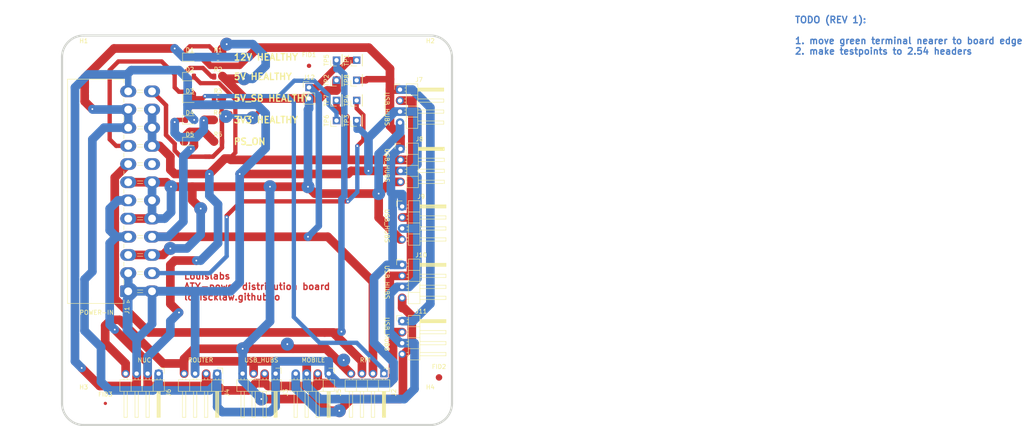
<source format=kicad_pcb>
(kicad_pcb (version 20211014) (generator pcbnew)
  (layers (0 "F.Cu" signal) (31 "B.Cu" signal) (34 "B.Paste" user) (35 "F.Paste" user) (36 "B.SilkS" user "B.Silkscreen") (37 "F.SilkS" user "F.Silkscreen") (38 "B.Mask" user) (39 "F.Mask" user) (44 "Edge.Cuts" user))
  (net 0 "")
  (net 2 "/3V3")
  (net 3 "GND")
  (net 4 "/5V")
  (net 5 "/PWR_OK")
  (net 6 "/5V_SB")
  (net 7 "/12V")
  (net 8 "/-12V")
  (net 9 "/PS_ON")
  (net 10 "Net-(D1-Pad1)")
  (net 11 "Net-(D2-Pad1)")
  (net 12 "Net-(D3-Pad1)")
  (net 13 "Net-(D4-Pad1)")
  (net 14 "Net-(D5-Pad1)")
  (footprint "Connector_PinHeader_2.54mm:PinHeader_1x04_P2.54mm_Horizontal" (layer "F.Cu") (at 103.125 51.2)
    (fp_text reference "J8")
    (fp_text value "Conn_USB_HUBS")
  )
  (footprint "MountingHole:MountingHole_3.2mm_M3_ISO14580" (layer "F.Cu") (at 110 110)
    (fp_text reference "H4")
    (fp_text value "MountingHole")
  )
  (footprint "Fiducial:Fiducial_1mm_Mask3mm" (layer "F.Cu") (at 82 32)
    (fp_text reference "FID1")
    (fp_text value "Fiducial")
  )
  (footprint "Connector_PinHeader_2.54mm:PinHeader_1x01_P2.54mm_Vertical" (layer "F.Cu") (at 93 30.7 90)
    (fp_text reference "TP1")
    (fp_text value "TestPoint")
  )
  (footprint "MountingHole:MountingHole_3.2mm_M3_ISO14580" (layer "F.Cu") (at 30 30)
    (fp_text reference "H1")
    (fp_text value "MountingHole")
  )
  (footprint "MountingHole:MountingHole_3.2mm_M3_ISO14580" (layer "F.Cu") (at 30 110)
    (fp_text reference "H3")
    (fp_text value "MountingHole")
  )
  (footprint "Diode_SMD:D_0805_2012Metric" (layer "F.Cu") (at 54.5 39.5)
    (fp_text reference "D3")
    (fp_text value "LED")
  )
  (footprint "Connector_PinHeader_2.54mm:PinHeader_1x04_P2.54mm_Horizontal" (layer "F.Cu") (at 103 37.5)
    (fp_text reference "J7")
    (fp_text value "Conn_USB_HUBS")
  )
  (footprint "Resistor_SMD:R_0805_2012Metric" (layer "F.Cu") (at 60.9125 44.5)
    (fp_text reference "R4")
    (fp_text value "R102")
  )
  (footprint "Connector_PinHeader_2.54mm:PinHeader_1x01_P2.54mm_Vertical" (layer "F.Cu") (at 88.35 35.35 90)
    (fp_text reference "TP2")
    (fp_text value "TestPoint")
  )
  (footprint "Connector_PinHeader_2.54mm:PinHeader_1x04_P2.54mm_Horizontal" (layer "F.Cu") (at 86.55 103.125 -90)
    (fp_text reference "J5")
    (fp_text value "Conn_MOBILE")
  )
  (footprint "Resistor_SMD:R_0805_2012Metric" (layer "F.Cu") (at 61 49.5)
    (fp_text reference "R5")
    (fp_text value "R102")
  )
  (footprint "Connector_PinHeader_2.54mm:PinHeader_1x04_P2.54mm_Horizontal" (layer "F.Cu") (at 103.5 64.5)
    (fp_text reference "J9")
    (fp_text value "Conn_USB_HUBS")
  )
  (footprint "Connector_PinHeader_2.54mm:PinHeader_1x01_P2.54mm_Vertical" (layer "F.Cu") (at 88.35 40 90)
    (fp_text reference "TP7")
    (fp_text value "TestPoint")
  )
  (footprint "Connector_PinHeader_2.54mm:PinHeader_1x04_P2.54mm_Horizontal" (layer "F.Cu") (at 74.3 103.125 -90)
    (fp_text reference "J3")
    (fp_text value "Conn_USB_HUBS")
  )
  (footprint "Fiducial:Fiducial_1.5mm_Mask3mm" (layer "F.Cu") (at 112 104)
    (fp_text reference "FID2")
    (fp_text value "Fiducial")
  )
  (footprint "Connector_PinHeader_2.54mm:PinHeader_1x01_P2.54mm_Vertical" (layer "F.Cu") (at 88.35 44.65 90)
    (fp_text reference "TP6")
    (fp_text value "TestPoint")
  )
  (footprint "Connector_PinHeader_2.54mm:PinHeader_1x04_P2.54mm_Horizontal" (layer "F.Cu") (at 99.3 103.125 -90)
    (fp_text reference "J2")
    (fp_text value "Conn_RPi")
  )
  (footprint "Diode_SMD:D_0805_2012Metric" (layer "F.Cu") (at 54.5 44.5)
    (fp_text reference "D4")
    (fp_text value "LED")
  )
  (footprint "Diode_SMD:D_0805_2012Metric" (layer "F.Cu") (at 54.5 30)
    (fp_text reference "D1")
    (fp_text value "LED")
  )
  (footprint "Connector_Molex:Molex_Mini-Fit_Jr_5569-24A2_2x12_P4.20mm_Horizontal" (layer "F.Cu") (at 40.275 84.1 90)
    (fp_text reference "J1")
    (fp_text value "ATX-24")
  )
  (footprint "Connector_PinHeader_2.54mm:PinHeader_1x01_P2.54mm_Vertical" (layer "F.Cu") (at 93 44.65 90)
    (fp_text reference "TP3")
    (fp_text value "TestPoint")
  )
  (footprint "Diode_SMD:D_0805_2012Metric" (layer "F.Cu") (at 54.5 49.5)
    (fp_text reference "D5")
    (fp_text value "LED")
  )
  (footprint "Connector_PinHeader_2.54mm:PinHeader_1x04_P2.54mm_Horizontal" (layer "F.Cu") (at 103.5 78)
    (fp_text reference "J10")
    (fp_text value "Conn_USB_HUBS")
  )
  (footprint "Connector_PinHeader_2.54mm:PinHeader_1x04_P2.54mm_Horizontal" (layer "F.Cu") (at 60.8 103.125 -90)
    (fp_text reference "J4")
    (fp_text value "Conn_Router")
  )
  (footprint "Resistor_SMD:R_0805_2012Metric" (layer "F.Cu") (at 61 34.5)
    (fp_text reference "R2")
    (fp_text value "R221")
  )
  (footprint "Diode_SMD:D_0805_2012Metric" (layer "F.Cu") (at 54.5 34.5)
    (fp_text reference "D2")
    (fp_text value "LED")
  )
  (footprint "Connector_PinHeader_2.54mm:PinHeader_1x04_P2.54mm_Horizontal" (layer "F.Cu") (at 103.5 91)
    (fp_text reference "J11")
    (fp_text value "Conn_USB_HUBS")
  )
  (footprint "MountingHole:MountingHole_3.2mm_M3_ISO14580" (layer "F.Cu") (at 110 30)
    (fp_text reference "H2")
    (fp_text value "MountingHole")
  )
  (footprint "Connector_PinHeader_2.54mm:PinHeader_1x01_P2.54mm_Vertical" (layer "F.Cu") (at 93 35.35 90)
    (fp_text reference "TP8")
    (fp_text value "TestPoint")
  )
  (footprint "Connector_PinHeader_2.54mm:PinHeader_1x04_P2.54mm_Horizontal" (layer "F.Cu") (at 47.3 103.125 -90)
    (fp_text reference "J6")
    (fp_text value "Conn_NUC")
  )
  (footprint "Connector_PinHeader_2.54mm:PinHeader_1x01_P2.54mm_Vertical" (layer "F.Cu") (at 88.35 30.7 90)
    (fp_text reference "TP5")
    (fp_text value "TestPoint")
  )
  (footprint "Resistor_SMD:R_0805_2012Metric" (layer "F.Cu") (at 61 39.5)
    (fp_text reference "R3")
    (fp_text value "R221")
  )
  (footprint "Resistor_SMD:R_0805_2012Metric" (layer "F.Cu") (at 61 30)
    (fp_text reference "R1")
    (fp_text value "R331")
  )
  (footprint "Connector_PinHeader_2.54mm:PinHeader_1x02_P2.54mm_Vertical" (layer "F.Cu") (at 82 37)
    (fp_text reference "J12")
    (fp_text value "POWER_ON")
  )
  (footprint "Fiducial:Fiducial_0.75mm_Mask2.25mm" (layer "F.Cu") (at 35 110)
    (fp_text reference "FID3")
    (fp_text value "Fiducial")
  )
  (footprint "Connector_PinHeader_2.54mm:PinHeader_1x01_P2.54mm_Vertical" (layer "F.Cu") (at 93 40 90)
    (fp_text reference "TP4")
    (fp_text value "TestPoint")
  )
  (gr_arc locked (start 30 115) (mid 26.464466 113.535534) (end 25 110) (layer "Edge.Cuts") (width 0.5))
  (gr_arc locked (start 115 110) (mid 113.535534 113.535534) (end 110 115) (layer "Edge.Cuts") (width 0.5))
  (gr_line locked (start 115 30) (end 115 110) (layer "Edge.Cuts") (width 0.5))
  (gr_arc locked (start 25 30) (mid 26.464466 26.464466) (end 30 25) (layer "Edge.Cuts") (width 0.5))
  (gr_line locked (start 30 25) (end 110 25) (layer "Edge.Cuts") (width 0.5))
  (gr_line locked (start 110 115) (end 30 115) (layer "Edge.Cuts") (width 0.5))
  (gr_line locked (start 25 110) (end 25 30) (layer "Edge.Cuts") (width 0.5))
  (gr_arc locked (start 110 25) (mid 113.535534 26.464466) (end 115 30) (layer "Edge.Cuts") (width 0.5))
  (gr_text "Louislabs\nATX-power distribution board\nlouiscklaw.github.io" (at 53 83) (layer "F.Cu") (effects (font (size 1.5 1.5) (thickness 0.3)) (justify left)))
  (gr_text "TODO (REV 1):\n\n1. move green terminal nearer to board edge\n2. make testpoints to 2.54 headers" (at 194 25) (layer "B.Cu") (effects (font (size 1.5 1.5) (thickness 0.3)) (justify left)))
  (gr_text "PS_ON" (at 64.5 49.5) (layer "F.SilkS") (effects (font (size 1.5 1.5) (thickness 0.3)) (justify left)))
  (gr_text "12V HEALTHY" (at 64.5 30) (layer "F.SilkS") (effects (font (size 1.5 1.5) (thickness 0.3)) (justify left)))
  (gr_text "5V_SB HEALTHY" (at 64.5 39.5) (layer "F.SilkS") (effects (font (size 1.5 1.5) (thickness 0.3)) (justify left)))
  (gr_text "5V HEALTHY" (at 64.5 34.5) (layer "F.SilkS") (effects (font (size 1.5 1.5) (thickness 0.3)) (justify left)))
  (gr_text "3V3 HEALTHY" (at 64.5 44.5) (layer "F.SilkS") (effects (font (size 1.5 1.5) (thickness 0.3)) (justify left)))
  (segment (start 55.5 44.5) (end 55.4375 44.5) (width 1.5) (layer "F.Cu") (net 2))
  (segment (start 55.72 103.125) (end 55.72 100.275) (width 2) (layer "F.Cu") (net 2))
  (segment (start 55.72 100.275) (end 69.22 100.275) (width 2) (layer "F.Cu") (net 2))
  (segment (start 42.22 103.125) (end 42.22 105.975) (width 2) (layer "F.Cu") (net 2))
  (segment (start 42.22 105.975) (end 33.6958 105.975) (width 2) (layer "F.Cu") (net 2))
  (segment (start 69.22 103.125) (end 69.22 100.275) (width 2) (layer "F.Cu") (net 2))
  (segment (start 81.47 100.275) (end 81.47 103.125) (width 2) (layer "F.Cu") (net 2))
  (segment (start 33.6958 105.975) (end 29.5369 101.816) (width 2) (layer "F.Cu") (net 2))
  (segment (start 91 57) (end 91.72 56.28) (width 2) (layer "F.Cu") (net 2))
  (segment (start 95.72 56.28) (end 103.125 56.28) (width 2) (layer "F.Cu") (net 2))
  (segment (start 69.22 100.275) (end 81.47 100.275) (width 2) (layer "F.Cu") (net 2))
  (segment (start 91.72 56.28) (end 95.72 56.28) (width 2) (layer "F.Cu") (net 2))
  (segment (start 66 57) (end 91 57) (width 2) (layer "F.Cu") (net 2))
  (via (at 55.5 44.5) (size 0.8) (drill 0.4) (layers "F.Cu" "B.Cu") (net 2))
  (via (at 95.72 56.28) (size 2) (drill 0.4) (layers "F.Cu" "B.Cu") (net 2))
  (via (at 29.5369 101.816) (size 0.8) (drill 0.4) (layers "F.Cu" "B.Cu") (net 2))
  (via (at 66 57) (size 2) (drill 0.4) (layers "F.Cu" "B.Cu") (net 2))
  (segment (start 72 51) (end 72 43) (width 2) (layer "B.Cu") (net 2))
  (segment (start 81.47 105.975) (end 81.47 103.125) (width 2) (layer "B.Cu") (net 2))
  (segment (start 41.075 83.25) (end 41.925 84.1) (width 2) (layer "B.Cu") (net 2))
  (segment (start 103.5 96.08) (end 106.35 96.08) (width 2) (layer "B.Cu") (net 2))
  (segment (start 40.275 85.75) (end 41.1 84.925) (width 2) (layer "B.Cu") (net 2))
  (segment (start 40.275 85.75) (end 40.275 93.275) (width 2) (layer "B.Cu") (net 2))
  (segment (start 29.5369 101.816) (end 27.9895 100.269) (width 2) (layer "B.Cu") (net 2))
  (segment (start 103.5 96.08) (end 103.122 96.08) (width 2) (layer "B.Cu") (net 2))
  (segment (start 45.775 91.665) (end 42.22 95.22) (width 2) (layer "B.Cu") (net 2))
  (segment (start 54 35) (end 52 33) (width 2) (layer "B.Cu") (net 2))
  (segment (start 66 57) (end 66 82) (width 2) (layer "B.Cu") (net 2))
  (segment (start 107 70.23) (end 107 81.16) (width 2) (layer "B.Cu") (net 2))
  (segment (start 100.65 84.7279) (end 102.298 83.08) (width 2) (layer "B.Cu") (net 2))
  (segment (start 62.4 41) (end 57 41) (width 2) (layer "B.Cu") (net 2))
  (segment (start 40.275 37.9) (end 40.275 34.275) (width 1.5) (layer "B.Cu") (net 2))
  (segment (start 103 42.58) (end 107 42.58) (width 2) (layer "B.Cu") (net 2))
  (segment (start 93 46.75) (end 93.8121 46.75) (width 1.5) (layer "B.Cu") (net 2))
  (segment (start 44.9504 84.1) (end 55.72 84.1) (width 2) (layer "B.Cu") (net 2))
  (segment (start 103.5 69.58) (end 106.35 69.58) (width 2) (layer "B.Cu") (net 2))
  (segment (start 72 43) (end 70 41) (width 2) (layer "B.Cu") (net 2))
  (segment (start 40 93) (end 40 86.025) (width 2) (layer "B.Cu") (net 2))
  (segment (start 66 57) (end 72 51) (width 2) (layer "B.Cu") (net 2))
  (segment (start 42.22 95.22) (end 40.275 93.275) (width 2) (layer "B.Cu") (net 2))
  (segment (start 41.1 84.925) (end 40.275 84.1) (width 2) (layer "B.Cu") (net 2))
  (segment (start 70 41) (end 62.4 41) (width 2) (layer "B.Cu") (net 2))
  (segment (start 105.08 83.08) (end 103.5 83.08) (width 2) (layer "B.Cu") (net 2))
  (segment (start 57 41) (end 62.4 41) (width 2) (layer "B.Cu") (net 2))
  (segment (start 40.275 79.9) (end 40.275 83.25) (width 2) (layer "B.Cu") (net 2))
  (segment (start 40 86.025) (end 40.275 85.75) (width 2) (layer "B.Cu") (net 2))
  (segment (start 107 81.16) (end 105.08 83.08) (width 2) (layer "B.Cu") (net 2))
  (segment (start 66 82) (end 63.9 84.1) (width 2) (layer "B.Cu") (net 2))
  (segment (start 107 42.58) (end 107 54.8302) (width 2) (layer "B.Cu") (net 2))
  (segment (start 106.35 69.58) (end 107 70.23) (width 2) (layer "B.Cu") (net 2))
  (segment (start 45.775 84.1) (end 44.9504 84.1) (width 2) (layer "B.Cu") (net 2))
  (segment (start 93.8121 46.75) (end 95.72 48.6579) (width 1.5) (layer "B.Cu") (net 2))
  (segment (start 106.35 96.08) (end 106.35 106.65) (width 2) (layer "B.Cu") (net 2))
  (segment (start 103.122 96.08) (end 100.65 93.6075) (width 2) (layer "B.Cu") (net 2))
  (segment (start 54 43) (end 55.5 44.5) (width 2) (layer "B.Cu") (net 2))
  (segment (start 107 57.7298) (end 107 68.93) (width 2) (layer "B.Cu") (net 2))
  (segment (start 27.9895 100.269) (end 27.9895 37.0105) (width 2) (layer "B.Cu") (net 2))
  (segment (start 42.22 103.125) (end 42.22 95.22) (width 2) (layer "B.Cu") (net 2))
  (segment (start 93 44.65) (end 93 46.75) (width 1.5) (layer "B.Cu") (net 2))
  (segment (start 52 33) (end 41 33) (width 2) (layer "B.Cu") (net 2))
  (segment (start 103.125 56.28) (end 105.55 56.28) (width 2) (layer "B.Cu") (net 2))
  (segment (start 31 34) (end 40 34) (width 2) (layer "B.Cu") (net 2))
  (segment (start 45.775 84.1) (end 45.775 91.665) (width 2) (layer "B.Cu") (net 2))
  (segment (start 100.65 93.6075) (end 100.65 84.7279) (width 2) (layer "B.Cu") (net 2))
  (segment (start 104 109) (end 84.495 109) (width 2) (layer "B.Cu") (net 2))
  (segment (start 40.275 93.275) (end 40 93) (width 2) (layer "B.Cu") (net 2))
  (segment (start 107 68.93) (end 106.35 69.58) (width 2) (layer "B.Cu") (net 2))
  (segment (start 106.35 106.65) (end 104 109) (width 2) (layer "B.Cu") (net 2))
  (segment (start 102.298 83.08) (end 103.5 83.08) (width 2) (layer "B.Cu") (net 2))
  (segment (start 84.495 109) (end 81.47 105.975) (width 2) (layer "B.Cu") (net 2))
  (segment (start 54 41) (end 54 43) (width 2) (layer "B.Cu") (net 2))
  (segment (start 40.275 84.1) (end 40.275 85.75) (width 2) (layer "B.Cu") (net 2))
  (segment (start 54 41) (end 54 35) (width 2) (layer "B.Cu") (net 2))
  (segment (start 107 54.8302) (end 105.55 56.28) (width 2) (layer "B.Cu") (net 2))
  (segment (start 41.925 84.1) (end 41.1 84.925) (width 2) (layer "B.Cu") (net 2))
  (segment (start 40.275 83.25) (end 41.075 83.25) (width 2) (layer "B.Cu") (net 2))
  (segment (start 40.275 93.275) (end 42.22 95.22) (width 2) (layer "B.Cu") (net 2))
  (segment (start 63.9 84.1) (end 45.775 84.1) (width 2) (layer "B.Cu") (net 2))
  (segment (start 41 33) (end 40 34) (width 2) (layer "B.Cu") (net 2))
  (segment (start 55.72 84.1) (end 55.72 103.125) (width 2) (layer "B.Cu") (net 2))
  (segment (start 54 41) (end 54 43) (width 2) (layer "B.Cu") (net 2))
  (segment (start 40.275 34.275) (end 40 34) (width 1.5) (layer "B.Cu") (net 2))
  (segment (start 40.275 79.9) (end 40.275 84.1) (width 2) (layer "B.Cu") (net 2))
  (segment (start 44.9504 84.1) (end 41.925 84.1) (width 2) (layer "B.Cu") (net 2))
  (segment (start 27.9895 37.0105) (end 31 34) (width 2) (layer "B.Cu") (net 2))
  (segment (start 101.798 42.58) (end 95.72 48.6579) (width 2) (layer "B.Cu") (net 2))
  (segment (start 103 42.58) (end 101.798 42.58) (width 2) (layer "B.Cu") (net 2))
  (segment (start 57 41) (end 54 41) (width 2) (layer "B.Cu") (net 2))
  (segment (start 95.72 48.6579) (end 95.72 56.28) (width 2) (layer "B.Cu") (net 2))
  (segment (start 105.55 56.28) (end 107 57.7298) (width 2) (layer "B.Cu") (net 2))
  (segment (start 55.0665 59.9335) (end 50.1585 59.9335) (width 2) (layer "F.Cu") (net 3))
  (segment (start 66.68 97.383) (end 78.617 97.383) (width 2) (layer "F.Cu") (net 3))
  (segment (start 78.0692 97.383) (end 77 96.3138) (width 2) (layer "F.Cu") (net 3))
  (segment (start 73 59.9335) (end 81.7601 59.9335) (width 2) (layer "F.Cu") (net 3))
  (segment (start 63.7983 43) (end 63.0988 43.6995) (width 1.0268) (layer "F.Cu") (net 3))
  (segment (start 61.825 42.598) (end 61.825 39.5875) (width 1.0268) (layer "F.Cu") (net 3))
  (segment (start 103.125 58.82) (end 100.775 58.82) (width 2) (layer "F.Cu") (net 3))
  (segment (start 61.9125 39.5) (end 61.825 39.5875) (width 2) (layer "F.Cu") (net 3))
  (segment (start 38.2876 90.691) (end 48.3716 100.775) (width 2) (layer "F.Cu") (net 3))
  (segment (start 89.77765 101.22235) (end 89.77765 100.22235) (width 2) (layer "F.Cu") (net 3))
  (segment (start 105.7172 96.8099) (end 105.7172 89.7912) (width 2) (layer "F.Cu") (net 3))
  (segment (start 34.9615 92.0233) (end 36.2938 90.691) (width 2) (layer "F.Cu") (net 3))
  (segment (start 61.825 44.5) (end 62.5 44.5) (width 1.0268) (layer "F.Cu") (net 3))
  (segment (start 48.3716 100.775) (end 53.18 100.775) (width 2) (layer "F.Cu") (net 3))
  (segment (start 67.1763 39.54) (end 70.54 39.54) (width 2) (layer "F.Cu") (net 3))
  (segment (start 103.3497 72.12) (end 103.1121 72.12) (width 2) (layer "F.Cu") (net 3))
  (segment (start 39.68 100.775) (end 34.9615 96.0565) (width 2) (layer "F.Cu") (net 3))
  (segment (start 49 48) (end 49 41.125) (width 1.0268) (layer "F.Cu") (net 3))
  (segment (start 91.68 103.1247) (end 91.68 103.125) (width 1.6998) (layer "F.Cu") (net 3))
  (segment (start 83.359 61.5324) (end 98.0766 61.5324) (width 2) (layer "F.Cu") (net 3))
  (segment (start 59 53) (end 52.423114 53) (width 1.0268) (layer "F.Cu") (net 3))
  (segment (start 52.423114 53) (end 51 51.576886) (width 1.0268) (layer "F.Cu") (net 3))
  (segment (start 63.0988 43.6995) (end 62.8122 43.6995) (width 1.0268) (layer "F.Cu") (net 3))
  (segment (start 73 59.9335) (end 55.0665 59.9335) (width 2) (layer "F.Cu") (net 3))
  (segment (start 103.3497 72.12) (end 103.5 72.12) (width 1.6998) (layer "F.Cu") (net 3))
  (segment (start 85.9383 97.383) (end 89.77765 101.22235) (width 2) (layer "F.Cu") (net 3))
  (segment (start 103.5 85.62) (end 103.5 87.97) (width 2) (layer "F.Cu") (net 3))
  (segment (start 61.9125 50.9125) (end 59.825 53) (width 1.0268) (layer "F.Cu") (net 3))
  (segment (start 51 51.576886) (end 51 50) (width 1.0268) (layer "F.Cu") (net 3))
  (segment (start 103.6796 98.7995) (end 103.5001 98.62) (width 1.6998) (layer "F.Cu") (net 3))
  (segment (start 89 111.6995) (end 91.6995 109) (width 2) (layer "F.Cu") (net 3))
  (segment (start 55.0665 59.9335) (end 55.0665 63.0665) (width 2) (layer "F.Cu") (net 3))
  (segment (start 49.125 58.9) (end 45.775 58.9) (width 2) (layer "F.Cu") (net 3))
  (segment (start 67 35) (end 62.635917 35) (width 2) (layer "F.Cu") (net 3))
  (segment (start 50.1585 59.9335) (end 49.125 58.9) (width 2) (layer "F.Cu") (net 3))
  (segment (start 103.1121 72.12) (end 98.0766 67.0845) (width 2) (layer "F.Cu") (net 3))
  (segment (start 50 74) (end 50 74.1995) (width 2) (layer "F.Cu") (net 3))
  (segment (start 103.896 87.97) (end 103.5 87.97) (width 2) (layer "F.Cu") (net 3))
  (segment (start 45.775 67.3) (end 40.275 67.3) (width 2) (layer "F.Cu") (net 3))
  (segment (start 88.35 35.35) (end 88.35 37.7) (width 2) (layer "F.Cu") (net 3))
  (segment (start 81.7601 59.9335) (end 81.7657 59.9391) (width 2) (layer "F.Cu") (net 3))
  (segment (start 51 50) (end 49 48) (width 1.0268) (layer "F.Cu") (net 3))
  (segment (start 55.0665 63.0665) (end 57 65) (width 2) (layer "F.Cu") (net 3))
  (segment (start 78.617 97.383) (end 78.0692 97.383) (width 2) (layer "F.Cu") (net 3))
  (segment (start 84.35 39.54) (end 86.19 37.7) (width 2) (layer "F.Cu") (net 3))
  (segment (start 103.5001 98.62) (end 103.5 98.62) (width 1.6998) (layer "F.Cu") (net 3))
  (segment (start 59 53) (end 58 53) (width 1.0268) (layer "F.Cu") (net 3))
  (segment (start 61.825 44.5) (end 61.825 42.598) (width 1.0268) (layer "F.Cu") (net 3))
  (segment (start 62.5 44.5) (end 63.7983 43.2017) (width 1.0268) (layer "F.Cu") (net 3))
  (segment (start 45.775 58.9) (end 40.275 58.9) (width 2) (layer "F.Cu") (net 3))
  (segment (start 70.54 42.46) (end 70.54 39.54) (width 1.0268) (layer "F.Cu") (net 3))
  (segment (start 91.6995 109) (end 103 109) (width 2) (layer "F.Cu") (net 3))
  (segment (start 98.0766 67.0845) (end 98.0766 61.5324) (width 2) (layer "F.Cu") (net 3))
  (segment (start 103 109) (end 103.6796 108.3204) (width 2) (layer "F.Cu") (net 3))
  (segment (start 103.6796 108.3204) (end 103.6796 98.7995) (width 2) (layer "F.Cu") (net 3))
  (segment (start 98.0766 61.5324) (end 100.775 58.834) (width 2) (layer "F.Cu") (net 3))
  (segment (start 61.9125 30) (end 61.9125 28.0875) (width 2) (layer "F.Cu") (net 3))
  (segment (start 62.0244 34.3881) (end 61.9125 34.5) (width 1.0268) (layer "F.Cu") (net 3))
  (segment (start 103.6796 98.7995) (end 103.7276 98.7995) (width 2) (layer "F.Cu") (net 3))
  (segment (start 62.0244 34.3881) (end 67.1763 39.54) (width 2) (layer "F.Cu") (net 3))
  (segment (start 48.3 75.7) (end 50 74) (width 2) (layer "F.Cu") (net 3))
  (segment (start 49 41.125) (end 45.775 37.9) (width 1.0268) (layer "F.Cu") (net 3))
  (segment (start 86.19 37.7) (end 88.35 37.7) (width 2) (layer "F.Cu") (net 3))
  (segment (start 81.7657 59.9391) (end 83.359 61.5324) (width 2) (layer "F.Cu") (net 3))
  (segment (start 45.775 75.7) (end 48.3 75.7) (width 2) (layer "F.Cu") (net 3))
  (segment (start 82 39.54) (end 84.35 39.54) (width 2) (layer "F.Cu") (net 3))
  (segment (start 36.2938 90.691) (end 38.2876 90.691) (width 2) (layer "F.Cu") (net 3))
  (segment (start 89.77765 101.22235) (end 91.68 103.1247) (width 2) (layer "F.Cu") (net 3))
  (segment (start 103.7276 98.7995) (end 105.7172 96.8099) (width 2) (layer "F.Cu") (net 3))
  (segment (start 62.635917 35) (end 62.024208 34.388291) (width 2) (layer "F.Cu") (net 3))
  (segment (start 69 44) (end 70.54 42.46) (width 1.0268) (layer "F.Cu") (net 3))
  (segment (start 55.4952 97.383) (end 66.68 97.383) (width 2) (layer "F.Cu") (net 3))
  (segment (start 89 111.6995) (end 86.6995 111.6995) (width 2) (layer "F.Cu") (net 3))
  (segment (start 105.7172 89.7912) (end 103.896 87.97) (width 2) (layer "F.Cu") (net 3))
  (segment (start 61.9125 49.5) (end 61.9125 50.9125) (width 1.0268) (layer "F.Cu") (net 3))
  (segment (start 39.68 103.125) (end 39.68 100.775) (width 2) (layer "F.Cu") (net 3))
  (segment (start 53.18 103.125) (end 53.18 100.775) (width 2) (layer "F.Cu") (net 3))
  (segment (start 45.775 75.7) (end 40.275 75.7) (width 2) (layer "F.Cu") (net 3))
  (segment (start 70.54 39.54) (end 82 39.54) (width 2) (layer "F.Cu") (net 3))
  (segment (start 34.9615 96.0565) (end 34.9615 92.0233) (width 2) (layer "F.Cu") (net 3))
  (segment (start 86.6995 111.6995) (end 84 109) (width 2) (layer "F.Cu") (net 3))
  (segment (start 53.18 99.6982) (end 55.4952 97.383) (width 2) (layer "F.Cu") (net 3))
  (segment (start 78.617 97.383) (end 85.9383 97.383) (width 2) (layer "F.Cu") (net 3))
  (segment (start 84 109) (end 71 109) (width 2) (layer "F.Cu") (net 3))
  (segment (start 100.775 58.834) (end 100.775 58.82) (width 2) (layer "F.Cu") (net 3))
  (segment (start 59.825 53) (end 59 53) (width 1.0268) (layer "F.Cu") (net 3))
  (segment (start 61.9125 28.0875) (end 63 27) (width 2) (layer "F.Cu") (net 3))
  (segment (start 89.77765 100.22235) (end 90 100) (width 2) (layer "F.Cu") (net 3))
  (segment (start 63.7983 43.2017) (end 63.7983 43) (width 1.0268) (layer "F.Cu") (net 3))
  (segment (start 61.9125 42.598) (end 61.9125 49.5) (width 1.0268) (layer "F.Cu") (net 3))
  (segment (start 53.18 100.775) (end 53.18 99.6982) (width 2) (layer "F.Cu") (net 3))
  (via (at 98.0766 61.5324) (size 3) (drill 0.4) (layers "F.Cu" "B.Cu") (net 3))
  (via (at 66.68 97.383) (size 3) (drill 0.4) (layers "F.Cu" "B.Cu") (net 3))
  (via (at 89 111.6995) (size 3) (drill 0.4) (layers "F.Cu" "B.Cu") (net 3))
  (via (at 63 27) (size 3) (drill 0.4) (layers "F.Cu" "B.Cu") (net 3))
  (via (at 69 44) (size 3) (drill 0.4) (layers "F.Cu" "B.Cu") (net 3))
  (via (at 77 96.3138) (size 3) (drill 0.4) (layers "F.Cu" "B.Cu") (net 3))
  (via (at 67 35) (size 3) (drill 0.4) (layers "F.Cu" "B.Cu") (net 3))
  (via (at 50 74.1995) (size 3) (drill 0.4) (layers "F.Cu" "B.Cu") (net 3))
  (via (at 73 59.9335) (size 3) (drill 0.4) (layers "F.Cu" "B.Cu") (net 3))
  (via (at 81.7657 59.9391) (size 3) (drill 0.4) (layers "F.Cu" "B.Cu") (net 3))
  (via (at 71 109) (size 3) (drill 0.4) (layers "F.Cu" "B.Cu") (net 3))
  (via (at 90 100) (size 3) (drill 0.4) (layers "F.Cu" "B.Cu") (net 3))
  (via (at 57 65) (size 3) (drill 0.4) (layers "F.Cu" "B.Cu") (net 3))
  (via (at 50.1585 59.9335) (size 3) (drill 0.4) (layers "F.Cu" "B.Cu") (net 3))
  (via (at 62.8122 43.6995) (size 3) (drill 0.4) (layers "F.Cu" "B.Cu") (net 3))
  (segment (start 73 59.9335) (end 73 91.063) (width 2) (layer "B.Cu") (net 3))
  (segment (start 68 106) (end 71 109) (width 2) (layer "B.Cu") (net 3))
  (segment (start 69 27) (end 72 30) (width 2) (layer "B.Cu") (net 3))
  (segment (start 68.6995 43.6995) (end 69 44) (width 1.0268) (layer "B.Cu") (net 3))
  (segment (start 72 30) (end 72 32) (width 2) (layer "B.Cu") (net 3))
  (segment (start 57 65) (end 57 71) (width 2) (layer "B.Cu") (net 3))
  (segment (start 82 39.54) (end 82 41.89) (width 2) (layer "B.Cu") (net 3))
  (segment (start 89 111.6995) (end 88.6995 112) (width 2) (layer "B.Cu") (net 3))
  (segment (start 66.68 100.775) (end 66.68 97.383) (width 2) (layer "B.Cu") (net 3))
  (segment (start 73 91.063) (end 66.68 97.383) (width 2) (layer "B.Cu") (net 3))
  (segment (start 103 47.47) (end 98.0766 52.3934) (width 2) (layer "B.Cu") (net 3))
  (segment (start 66.68 103.125) (end 66.68 104.68) (width 2) (layer "B.Cu") (net 3))
  (segment (start 63 27) (end 69 27) (width 2) (layer "B.Cu") (net 3))
  (segment (start 50.1585 65.8415) (end 50.1585 59.9335) (width 2) (layer "B.Cu") (net 3))
  (segment (start 70 34) (end 69 35) (width 2) (layer "B.Cu") (net 3))
  (segment (start 82 41.89) (end 81.7657 42.1243) (width 2) (layer "B.Cu") (net 3))
  (segment (start 57 71) (end 53.8005 74.1995) (width 2) (layer "B.Cu") (net 3))
  (segment (start 45.775 63.1) (end 45.775 67.3) (width 2) (layer "B.Cu") (net 3))
  (segment (start 69 35) (end 67 35) (width 2) (layer "B.Cu") (net 3))
  (segment (start 72 32) (end 70 34) (width 2) (layer "B.Cu") (net 3))
  (segment (start 103 45.12) (end 103 47.47) (width 2) (layer "B.Cu") (net 3))
  (segment (start 78.93 106.5844) (end 78.93 103.125) (width 2) (layer "B.Cu") (net 3))
  (segment (start 66.68 104.68) (end 68 106) (width 2) (layer "B.Cu") (net 3))
  (segment (start 98.0766 52.3934) (end 98.0766 61.5324) (width 2) (layer "B.Cu") (net 3))
  (segment (start 66.68 103.125) (end 66.68 100.775) (width 2) (layer "B.Cu") (net 3))
  (segment (start 88.6995 112) (end 84.3456 112) (width 2) (layer "B.Cu") (net 3))
  (segment (start 45.775 67.3) (end 48.7 67.3) (width 2) (layer "B.Cu") (net 3))
  (segment (start 84.3456 112) (end 78.93 106.5844) (width 2) (layer "B.Cu") (net 3))
  (segment (start 45.775 58.9) (end 45.775 63.1) (width 2) (layer "B.Cu") (net 3))
  (segment (start 62.8122 43.6995) (end 68.6995 43.6995) (width 1.0268) (layer "B.Cu") (net 3))
  (segment (start 81.7657 42.1243) (end 81.7657 59.9391) (width 2) (layer "B.Cu") (net 3))
  (segment (start 48.7 67.3) (end 50.1585 65.8415) (width 2) (layer "B.Cu") (net 3))
  (segment (start 53.8005 74.1995) (end 50 74.1995) (width 2) (layer "B.Cu") (net 3))
  (segment (start 106.35 80.54) (end 103.5 80.54) (width 2) (layer "F.Cu") (net 4))
  (segment (start 58.26 103.125) (end 58.26 105.325) (width 2) (layer "F.Cu") (net 4))
  (segment (start 65 52.0776) (end 63.6414 53.4362) (width 0.9766) (layer "F.Cu") (net 4))
  (segment (start 44.76 100.275) (end 44.76 103.125) (width 2) (layer "F.Cu") (net 4))
  (segment (start 90.675 53.74) (end 90.675 43.9) (width 1.5) (layer "F.Cu") (net 4))
  (segment (start 61.264 36.0157) (end 65 39.7517) (width 0.9766) (layer "F.Cu") (net 4))
  (segment (start 62.5638 53.4362) (end 59 57) (width 2) (layer "F.Cu") (net 4))
  (segment (start 105.55 67.04) (end 105.55 79.7402) (width 2) (layer "F.Cu") (net 4))
  (segment (start 51 77) (end 56 77) (width 2) (layer "F.Cu") (net 4))
  (segment (start 105.55 53.74) (end 105.975 53.74) (width 2) (layer "F.Cu") (net 4))
  (segment (start 50 56) (end 50 53) (width 2) (layer "F.Cu") (net 4))
  (segment (start 103.125 53.74) (end 90.675 53.74) (width 2) (layer "F.Cu") (net 4))
  (segment (start 63.6414 53.4362) (end 63.9452 53.74) (width 0.9766) (layer "F.Cu") (net 4))
  (segment (start 44.76 105.975) (end 58.26 105.975) (width 2) (layer "F.Cu") (net 4))
  (segment (start 84.01 105.975) (end 84.01 105.325) (width 2) (layer "F.Cu") (net 4))
  (segment (start 50 53) (end 47.5 50.5) (width 2) (layer "F.Cu") (net 4))
  (segment (start 52 89) (end 50 87) (width 2) (layer "F.Cu") (net 4))
  (segment (start 69.675 105.325) (end 71.61 105.325) (width 2) (layer "F.Cu") (net 4))
  (segment (start 103.5 93.54) (end 100.65 93.54) (width 2) (layer "F.Cu") (net 4))
  (segment (start 71.76 103.125) (end 71.76 105.175) (width 2) (layer "F.Cu") (net 4))
  (segment (start 105.85 40.04) (end 103 40.04) (width 2) (layer "F.Cu") (net 4))
  (segment (start 55.4375 34.5) (end 56.9532 36.0157) (width 0.9766) (layer "F.Cu") (net 4))
  (segment (start 105.55 79.7402) (end 106.35 80.54) (width 2) (layer "F.Cu") (net 4))
  (segment (start 90.675 43.9) (end 88.875 42.1) (width 1.5) (layer "F.Cu") (net 4))
  (segment (start 101.395 104.438) (end 101.395 94.2854) (width 2) (layer "F.Cu") (net 4))
  (segment (start 106.35 67.04) (end 105.55 66.2402) (width 2) (layer "F.Cu") (net 4))
  (segment (start 101.395 94.2854) (end 100.65 93.54) (width 2) (layer "F.Cu") (net 4))
  (segment (start 44.4966 100.275) (end 44.76 100.275) (width 2) (layer "F.Cu") (net 4))
  (segment (start 50 87) (end 50 78) (width 2) (layer "F.Cu") (net 4))
  (segment (start 103.5 80.54) (end 100.65 80.54) (width 2) (layer "F.Cu") (net 4))
  (segment (start 105.85 53.615) (end 105.85 40.04) (width 2) (layer "F.Cu") (net 4))
  (segment (start 100.65 80.54) (end 100.65 93.54) (width 2) (layer "F.Cu") (net 4))
  (segment (start 105.975 53.74) (end 105.85 53.615) (width 2) (layer "F.Cu") (net 4))
  (segment (start 37.1708 92.9492) (end 44.4966 100.275) (width 2) (layer "F.Cu") (net 4))
  (segment (start 65 39.7517) (end 65 52.0776) (width 0.9766) (layer "F.Cu") (net 4))
  (segment (start 103.5 67.04) (end 105.55 67.04) (width 2) (layer "F.Cu") (net 4))
  (segment (start 72.5598 105.975) (end 84.01 105.975) (width 2) (layer "F.Cu") (net 4))
  (segment (start 47.5 50.5) (end 45.775 50.5) (width 2) (layer "F.Cu") (net 4))
  (segment (start 68 107) (end 69.675 105.325) (width 2) (layer "F.Cu") (net 4))
  (segment (start 84.01 105.325) (end 100.508 105.325) (width 2) (layer "F.Cu") (net 4))
  (segment (start 51 57) (end 50 56) (width 2) (layer "F.Cu") (net 4))
  (segment (start 58.26 105.975) (end 58.26 105.325) (width 2) (layer "F.Cu") (net 4))
  (segment (start 50 78) (end 51 77) (width 2) (layer "F.Cu") (net 4))
  (segment (start 56.9532 36.0157) (end 61.264 36.0157) (width 0.9766) (layer "F.Cu") (net 4))
  (segment (start 90.675 53.74) (end 63.9452 53.74) (width 2) (layer "F.Cu") (net 4))
  (segment (start 105.55 66.2402) (end 105.55 53.74) (width 2) (layer "F.Cu") (net 4))
  (segment (start 59 57) (end 51 57) (width 2) (layer "F.Cu") (net 4))
  (segment (start 84.01 103.125) (end 84.01 105.325) (width 2) (layer "F.Cu") (net 4))
  (segment (start 88.875 42.1) (end 88.35 42.1) (width 1.5) (layer "F.Cu") (net 4))
  (segment (start 105.55 67.04) (end 106.35 67.04) (width 2) (layer "F.Cu") (net 4))
  (segment (start 62 107) (end 68 107) (width 2) (layer "F.Cu") (net 4))
  (segment (start 71.76 105.175) (end 72.5598 105.975) (width 2) (layer "F.Cu") (net 4))
  (segment (start 71.61 105.325) (end 71.76 105.175) (width 2) (layer "F.Cu") (net 4))
  (segment (start 88.35 40) (end 88.35 42.1) (width 1.5) (layer "F.Cu") (net 4))
  (segment (start 44.76 103.125) (end 44.76 105.975) (width 2) (layer "F.Cu") (net 4))
  (segment (start 58.26 105.325) (end 60.325 105.325) (width 2) (layer "F.Cu") (net 4))
  (segment (start 100.508 105.325) (end 101.395 104.438) (width 2) (layer "F.Cu") (net 4))
  (segment (start 105.55 53.74) (end 103.125 53.74) (width 2) (layer "F.Cu") (net 4))
  (segment (start 63.6414 53.4362) (end 62.5638 53.4362) (width 2) (layer "F.Cu") (net 4))
  (segment (start 60.325 105.325) (end 62 107) (width 2) (layer "F.Cu") (net 4))
  (via (at 52 89) (size 2) (drill 0.4) (layers "F.Cu" "B.Cu") (net 4))
  (via (at 56 77) (size 2) (drill 0.4) (layers "F.Cu" "B.Cu") (net 4))
  (via (at 37.1708 92.9492) (size 0.8) (drill 0.4) (layers "F.Cu" "B.Cu") (net 4))
  (via (at 59 57) (size 2) (drill 0.4) (layers "F.Cu" "B.Cu") (net 4))
  (segment (start 37.5 71.5) (end 36 73) (width 2) (layer "B.Cu") (net 4))
  (segment (start 36 70) (end 37.5 71.5) (width 2) (layer "B.Cu") (net 4))
  (segment (start 50 94) (end 44.76 99.24) (width 2) (layer "B.Cu") (net 4))
  (segment (start 45.775 46.3) (end 45.775 50.5) (width 2) (layer "B.Cu") (net 4))
  (segment (start 40.275 63.1) (end 37.9 63.1) (width 2) (layer "B.Cu") (net 4))
  (segment (start 61 64) (end 59 62) (width 2) (layer "B.Cu") (net 4))
  (segment (start 36 91.7784) (end 37.1708 92.9492) (width 2) (layer "B.Cu") (net 4))
  (segment (start 50 91) (end 50 94) (width 2) (layer "B.Cu") (net 4))
  (segment (start 52 89) (end 50 91) (width 2) (layer "B.Cu") (net 4))
  (segment (start 36 65) (end 36 70) (width 2) (layer "B.Cu") (net 4))
  (segment (start 61 73) (end 61 64) (width 2) (layer "B.Cu") (net 4))
  (segment (start 56 77) (end 57 77) (width 2) (layer "B.Cu") (net 4))
  (segment (start 36 73) (end 36 91.7784) (width 2) (layer "B.Cu") (net 4))
  (segment (start 44.76 99.24) (end 44.76 103.125) (width 2) (layer "B.Cu") (net 4))
  (segment (start 59 62) (end 59 57) (width 2) (layer "B.Cu") (net 4))
  (segment (start 37.9 63.1) (end 36 65) (width 2) (layer "B.Cu") (net 4))
  (segment (start 37.5 71.5) (end 40.275 71.5) (width 2) (layer "B.Cu") (net 4))
  (segment (start 45.775 42.1) (end 45.775 46.3) (width 2) (layer "B.Cu") (net 4))
  (segment (start 57 77) (end 61 73) (width 2) (layer "B.Cu") (net 4))
  (segment (start 45.0146 93.6143) (end 37.1669 85.7666) (width 2) (layer "F.Cu") (net 5))
  (segment (start 85.8023 93.4157) (end 89.4832 93.4157) (width 1.5) (layer "F.Cu") (net 5))
  (segment (start 37.1669 85.7666) (end 37.1669 57.8081) (width 2) (layer "F.Cu") (net 5))
  (segment (start 85.6037 93.6143) (end 45.0146 93.6143) (width 2) (layer "F.Cu") (net 5))
  (segment (start 85.6037 93.6143) (end 85.8023 93.4157) (width 1.5) (layer "F.Cu") (net 5))
  (segment (start 87.5593 93.6143) (end 85.6037 93.6143) (width 2) (layer "F.Cu") (net 5))
  (segment (start 94.22 100.275) (end 87.5593 93.6143) (width 2) (layer "F.Cu") (net 5))
  (segment (start 94.22 103.125) (end 94.22 100.275) (width 2) (layer "F.Cu") (net 5))
  (segment (start 37.1669 57.8081) (end 40.275 54.7) (width 2) (layer "F.Cu") (net 5))
  (via (at 89.4832 93.4157) (size 2) (drill 0.4) (layers "F.Cu" "B.Cu") (net 5))
  (segment (start 89.4833 62.7679) (end 89.4833 93.4157) (width 1.5) (layer "B.Cu") (net 5))
  (segment (start 88.35 30.7) (end 88.35 32.8) (width 1.5) (layer "B.Cu") (net 5))
  (segment (start 88.35 32.8) (end 88.9126 32.8) (width 1.5) (layer "B.Cu") (net 5))
  (segment (start 88.9126 32.8) (end 90.1501 34.0375) (width 1.5) (layer "B.Cu") (net 5))
  (segment (start 89.4833 93.4157) (end 89.4832 93.4157) (width 1.5) (layer "B.Cu") (net 5))
  (segment (start 90.1501 34.0375) (end 90.1501 62.1011) (width 1.5) (layer "B.Cu") (net 5))
  (segment (start 90.1501 62.1011) (end 89.4833 62.7679) (width 1.5) (layer "B.Cu") (net 5))
  (segment (start 40.275 50.5) (end 37.5 50.5) (width 1) (layer "F.Cu") (net 6))
  (segment (start 55 38) (end 55.4375 38.4375) (width 1) (layer "F.Cu") (net 6))
  (segment (start 51 37) (end 52 38) (width 1) (layer "F.Cu") (net 6))
  (segment (start 37.5 50.5) (end 36 49) (width 1) (layer "F.Cu") (net 6))
  (segment (start 55.4375 39.5) (end 57.5 39.5) (width 1) (layer "F.Cu") (net 6))
  (segment (start 55.4375 38.4375) (end 55.4375 39.5) (width 1) (layer "F.Cu") (net 6))
  (segment (start 36 33) (end 38 31) (width 1) (layer "F.Cu") (net 6))
  (segment (start 38 31) (end 48 31) (width 1) (layer "F.Cu") (net 6))
  (segment (start 36 49) (end 36 33) (width 1) (layer "F.Cu") (net 6))
  (segment (start 57.5 39.5) (end 58 39) (width 1) (layer "F.Cu") (net 6))
  (segment (start 48 31) (end 51 34) (width 1) (layer "F.Cu") (net 6))
  (segment (start 51 34) (end 51 37) (width 1) (layer "F.Cu") (net 6))
  (segment (start 52 38) (end 55 38) (width 1) (layer "F.Cu") (net 6))
  (via (at 58 39) (size 0.8) (drill 0.4) (layers "F.Cu" "B.Cu") (net 6))
  (segment (start 58 39) (end 75.05 39) (width 1) (layer "B.Cu") (net 6))
  (segment (start 86.5 40.95) (end 88.35 42.8) (width 1) (layer "B.Cu") (net 6))
  (segment (start 99.3 102.3) (end 99.3 103.125) (width 1) (layer "B.Cu") (net 6))
  (segment (start 75.05 39) (end 78.6002 35.4498) (width 1) (layer "B.Cu") (net 6))
  (segment (start 78.5 90.0556) (end 84.4444 96) (width 1) (layer "B.Cu") (net 6))
  (segment (start 86.5 38.7891) (end 86.5 40.95) (width 1) (layer "B.Cu") (net 6))
  (segment (start 78.6002 35.4498) (end 83.1607 35.4498) (width 1) (layer "B.Cu") (net 6))
  (segment (start 84.4444 96) (end 93 96) (width 1) (layer "B.Cu") (net 6))
  (segment (start 75.05 39) (end 77 39) (width 1) (layer "B.Cu") (net 6))
  (segment (start 83.1607 35.4498) (end 86.5 38.7891) (width 1) (layer "B.Cu") (net 6))
  (segment (start 77 39) (end 78.5 40.5) (width 1) (layer "B.Cu") (net 6))
  (segment (start 88.35 44.65) (end 88.35 42.8) (width 1) (layer "B.Cu") (net 6))
  (segment (start 78.5 40.5) (end 78.5 90.0556) (width 1) (layer "B.Cu") (net 6))
  (segment (start 93 96) (end 99.3 102.3) (width 1) (layer "B.Cu") (net 6))
  (segment (start 70.2001 27.7999) (end 95.7999 27.7999) (width 2) (layer "F.Cu") (net 7))
  (segment (start 100.684 45.9092) (end 103.125 48.35) (width 2) (layer "F.Cu") (net 7))
  (segment (start 95.3579 35.0921) (end 95.1 35.35) (width 1.5) (layer "F.Cu") (net 7))
  (segment (start 100.684 35.0921) (end 95.3579 35.0921) (width 1.5) (layer "F.Cu") (net 7))
  (segment (start 68 30) (end 70.2001 27.7999) (width 2) (layer "F.Cu") (net 7))
  (segment (start 59.2238 32) (end 57.2238 30) (width 1.5) (layer "F.Cu") (net 7))
  (segment (start 95.7999 27.7999) (end 100.684 32.6842) (width 2) (layer "F.Cu") (net 7))
  (segment (start 103.125 48.35) (end 103.125 51.2) (width 2) (layer "F.Cu") (net 7))
  (segment (start 30.225 40.225) (end 30.225 34.775) (width 2) (layer "F.Cu") (net 7))
  (segment (start 103 37.5) (end 100.684 37.5) (width 2) (layer "F.Cu") (net 7))
  (segment (start 100.684 32.6842) (end 100.684 35.0921) (width 2) (layer "F.Cu") (net 7))
  (segment (start 30.225 34.775) (end 37 28) (width 2) (layer "F.Cu") (net 7))
  (segment (start 93 35.35) (end 95.1 35.35) (width 1.5) (layer "F.Cu") (net 7))
  (segment (start 100.684 37.5) (end 100.684 45.9092) (width 2) (layer "F.Cu") (net 7))
  (segment (start 57.2238 30) (end 55.4375 30) (width 1.5) (layer "F.Cu") (net 7))
  (segment (start 37 28) (end 51 28) (width 2) (layer "F.Cu") (net 7))
  (segment (start 68 30) (end 66 32) (width 1.5) (layer "F.Cu") (net 7))
  (segment (start 32 42) (end 30.225 40.225) (width 2) (layer "F.Cu") (net 7))
  (segment (start 66 32) (end 59.2238 32) (width 1.5) (layer "F.Cu") (net 7))
  (segment (start 100.684 37.5) (end 100.684 35.0921) (width 2) (layer "F.Cu") (net 7))
  (via (at 32 42) (size 2) (drill 0.4) (layers "F.Cu" "B.Cu") (net 7))
  (via (at 51 28) (size 2) (drill 0.4) (layers "F.Cu" "B.Cu") (net 7))
  (via (at 68 30) (size 2) (drill 0.4) (layers "F.Cu" "B.Cu") (net 7))
  (segment (start 102.696 51.2) (end 100.9 52.9966) (width 2) (layer "B.Cu") (net 7))
  (segment (start 60.8 104.8) (end 60.8 110.8) (width 2) (layer "B.Cu") (net 7))
  (segment (start 30.1895 93.1895) (end 34 97) (width 2) (layer "B.Cu") (net 7))
  (segment (start 74.3 100.275) (end 86.55 100.275) (width 2) (layer "B.Cu") (net 7))
  (segment (start 101.529 104.325) (end 100.508 105.346) (width 2) (layer "B.Cu") (net 7))
  (segment (start 48 107) (end 59 107) (width 2) (layer "B.Cu") (net 7))
  (segment (start 86.55 100.275) (end 86.55 103.125) (width 2) (layer "B.Cu") (net 7))
  (segment (start 47.3 105.7) (end 47.3 106.3) (width 2) (layer "B.Cu") (net 7))
  (segment (start 97 81) (end 97 96) (width 2) (layer "B.Cu") (net 7))
  (segment (start 34.7 46.3) (end 32 49) (width 2) (layer "B.Cu") (net 7))
  (segment (start 36 107) (end 46 107) (width 2) (layer "B.Cu") (net 7))
  (segment (start 73 112) (end 74.3 110.7) (width 2) (layer "B.Cu") (net 7))
  (segment (start 101.529 100.529) (end 101.529 104.325) (width 2) (layer "B.Cu") (net 7))
  (segment (start 103.5 64.5) (end 103.5 61.65) (width 2) (layer "B.Cu") (net 7))
  (segment (start 62 112) (end 73 112) (width 2) (layer "B.Cu") (net 7))
  (segment (start 74.3 103.125) (end 74.3 100.275) (width 2) (layer "B.Cu") (net 7))
  (segment (start 59 107) (end 60.8 105.2) (width 2) (layer "B.Cu") (net 7))
  (segment (start 53 30) (end 51 28) (width 2) (layer "B.Cu") (net 7))
  (segment (start 34 105) (end 36 107) (width 2) (layer "B.Cu") (net 7))
  (segment (start 68 30) (end 53 30) (width 2) (layer "B.Cu") (net 7))
  (segment (start 60.8 103.562) (end 60.8 104.8) (width 2) (layer "B.Cu") (net 7))
  (segment (start 103.125 51.2) (end 102.696 51.2) (width 2) (layer "B.Cu") (net 7))
  (segment (start 101.296 77.5458) (end 101.75 78) (width 2) (layer "B.Cu") (net 7))
  (segment (start 100.9 52.9966) (end 100.9 61.2539) (width 2) (layer "B.Cu") (net 7))
  (segment (start 60.8 103.562) (end 60.8 103.125) (width 2) (layer "B.Cu") (net 7))
  (segment (start 30.1895 81.35) (end 30.1895 93.1895) (width 2) (layer "B.Cu") (net 7))
  (segment (start 100.9 61.2539) (end 101.296 61.65) (width 2) (layer "B.Cu") (net 7))
  (segment (start 47.3 106.3) (end 48 107) (width 2) (layer "B.Cu") (net 7))
  (segment (start 60.8 104.8) (end 60.8 103.562) (width 2) (layer "B.Cu") (net 7))
  (segment (start 32.1 42.1) (end 40.275 42.1) (width 2) (layer "B.Cu") (net 7))
  (segment (start 103 37.5) (end 105.85 37.5) (width 2) (layer "B.Cu") (net 7))
  (segment (start 47.3 105.7) (end 47.3 103.125) (width 2) (layer "B.Cu") (net 7))
  (segment (start 74.3 110.7) (end 74.3 103.125) (width 2) (layer "B.Cu") (net 7))
  (segment (start 40.275 46.3) (end 34.7 46.3) (width 2) (layer "B.Cu") (net 7))
  (segment (start 32 49) (end 32 79.5395) (width 2) (layer "B.Cu") (net 7))
  (segment (start 103.5 78) (end 101.75 78) (width 2) (layer "B.Cu") (net 7))
  (segment (start 88.7714 105.346) (end 86.55 103.125) (width 2) (layer "B.Cu") (net 7))
  (segment (start 100 78) (end 97 81) (width 2) (layer "B.Cu") (net 7))
  (segment (start 106 91) (end 103.5 91) (width 2) (layer "B.Cu") (net 7))
  (segment (start 32 79.5395) (end 30.1895 81.35) (width 2) (layer "B.Cu") (net 7))
  (segment (start 60.8 110.8) (end 62 112) (width 2) (layer "B.Cu") (net 7))
  (segment (start 34 97) (end 34 105) (width 2) (layer "B.Cu") (net 7))
  (segment (start 46 107) (end 47.3 105.7) (width 2) (layer "B.Cu") (net 7))
  (segment (start 101.75 78) (end 100 78) (width 2) (layer "B.Cu") (net 7))
  (segment (start 110 41.65) (end 110 87) (width 2) (layer "B.Cu") (net 7))
  (segment (start 97 96) (end 101.529 100.529) (width 2) (layer "B.Cu") (net 7))
  (segment (start 110 87) (end 106 91) (width 2) (layer "B.Cu") (net 7))
  (segment (start 101.296 61.65) (end 101.296 77.5458) (width 2) (layer "B.Cu") (net 7))
  (segment (start 101.75 78) (end 103.5 78) (width 2) (layer "B.Cu") (net 7))
  (segment (start 47.3 103.125) (end 47.3 105.7) (width 2) (layer "B.Cu") (net 7))
  (segment (start 100.508 105.346) (end 88.7714 105.346) (width 2) (layer "B.Cu") (net 7))
  (segment (start 32 42) (end 32.1 42.1) (width 2) (layer "B.Cu") (net 7))
  (segment (start 105.85 37.5) (end 110 41.65) (width 2) (layer "B.Cu") (net 7))
  (segment (start 40.275 42.1) (end 40.275 46.3) (width 2) (layer "B.Cu") (net 7))
  (segment (start 103.5 61.65) (end 101.296 61.65) (width 2) (layer "B.Cu") (net 7))
  (segment (start 60.8 105.2) (end 60.8 104.8) (width 2) (layer "B.Cu") (net 7))
  (segment (start 63 66.645) (end 66.3205 63.3245) (width 1) (layer "F.Cu") (net 8))
  (segment (start 66.3205 63.3245) (end 90.9775 63.3245) (width 1) (layer "F.Cu") (net 8))
  (segment (start 94.5502 43.4002) (end 94.5502 49.13) (width 1) (layer "F.Cu") (net 8))
  (segment (start 94.5502 49.13) (end 93.1453 50.5349) (width 1) (layer "F.Cu") (net 8))
  (segment (start 93 40) (end 93 41.85) (width 1) (layer "F.Cu") (net 8))
  (segment (start 63 67) (end 63 66.645) (width 1) (layer "F.Cu") (net 8))
  (segment (start 93 41.85) (end 94.5502 43.4002) (width 1) (layer "F.Cu") (net 8))
  (via (at 63 67) (size 0.8) (drill 0.4) (layers "F.Cu" "B.Cu") (net 8))
  (via (at 90.9775 63.3245) (size 0.8) (drill 0.4) (layers "F.Cu" "B.Cu") (net 8))
  (via (at 93.1453 50.5349) (size 0.8) (drill 0.4) (layers "F.Cu" "B.Cu") (net 8))
  (segment (start 63 76) (end 63 67) (width 1) (layer "B.Cu") (net 8))
  (segment (start 45.775 79.9) (end 59.1 79.9) (width 1) (layer "B.Cu") (net 8))
  (segment (start 59.1 79.9) (end 63 76) (width 1) (layer "B.Cu") (net 8))
  (segment (start 93.1453 50.5349) (end 93.1453 61.1567) (width 1) (layer "B.Cu") (net 8))
  (segment (start 93.1453 61.1567) (end 90.9775 63.3245) (width 1) (layer "B.Cu") (net 8))
  (segment (start 82 37) (end 84.1 37) (width 1.5) (layer "F.Cu") (net 9))
  (segment (start 89.6625 32.5002) (end 90.9 31.2627) (width 1.5) (layer "F.Cu") (net 9))
  (segment (start 90.9 31.2627) (end 90.9 30.7) (width 1.5) (layer "F.Cu") (net 9))
  (segment (start 84.1 36.475) (end 88.0748 32.5002) (width 1.5) (layer "F.Cu") (net 9))
  (segment (start 96.76 103.125) (end 96.76 81.9177) (width 2) (layer "F.Cu") (net 9))
  (segment (start 81.7661 71.5) (end 45.775 71.5) (width 2) (layer "F.Cu") (net 9))
  (segment (start 96.76 81.9177) (end 86.3423 71.5) (width 2) (layer "F.Cu") (net 9))
  (segment (start 55.4375 50.4961) (end 55.4375 49.5) (width 2) (layer "F.Cu") (net 9))
  (segment (start 93 30.7) (end 90.9 30.7) (width 1.5) (layer "F.Cu") (net 9))
  (segment (start 54.7316 51.202) (end 55.4375 50.4961) (width 2) (layer "F.Cu") (net 9))
  (segment (start 88.0748 32.5002) (end 89.6625 32.5002) (width 1.5) (layer "F.Cu") (net 9))
  (segment (start 86.3423 71.5) (end 81.7661 71.5) (width 2) (layer "F.Cu") (net 9))
  (segment (start 84.1 37) (end 84.1 36.475) (width 1.5) (layer "F.Cu") (net 9))
  (via (at 54.7316 51.202) (size 0.8) (drill 0.4) (layers "F.Cu" "B.Cu") (net 9))
  (via (at 81.7661 71.5) (size 2) (drill 0.4) (layers "F.Cu" "B.Cu") (net 9))
  (segment (start 53 52.9336) (end 53 68) (width 2) (layer "B.Cu") (net 9))
  (segment (start 54.7316 51.202) (end 53 52.9336) (width 2) (layer "B.Cu") (net 9))
  (segment (start 82.2738 37) (end 82 37) (width 1.5) (layer "B.Cu") (net 9))
  (segment (start 81.7661 71.5) (end 84.2697 68.9964) (width 1.5) (layer "B.Cu") (net 9))
  (segment (start 84.2697 68.9964) (end 84.2697 38.9959) (width 1.5) (layer "B.Cu") (net 9))
  (segment (start 49.5 71.5) (end 45.775 71.5) (width 2) (layer "B.Cu") (net 9))
  (segment (start 53 68) (end 49.5 71.5) (width 2) (layer "B.Cu") (net 9))
  (segment (start 84.2697 38.9959) (end 82.2738 37) (width 1.5) (layer "B.Cu") (net 9))
  (segment (start 54.5 27.5) (end 59 27.5) (width 1) (layer "F.Cu") (net 10))
  (segment (start 53.5625 30) (end 53.5625 28.4375) (width 1) (layer "F.Cu") (net 10))
  (segment (start 53.5625 28.4375) (end 54.5 27.5) (width 1) (layer "F.Cu") (net 10))
  (segment (start 59 27.5) (end 60.0875 28.5875) (width 1) (layer "F.Cu") (net 10))
  (segment (start 60.0875 28.5875) (end 60.0875 30) (width 1) (layer "F.Cu") (net 10))
  (segment (start 57.5 32.5) (end 54.5 32.5) (width 1) (layer "F.Cu") (net 11))
  (segment (start 53.5625 33.4375) (end 53.5625 34.5) (width 1) (layer "F.Cu") (net 11))
  (segment (start 59.5 34.5) (end 57.5 32.5) (width 1) (layer "F.Cu") (net 11))
  (segment (start 54.5 32.5) (end 53.5625 33.4375) (width 1) (layer "F.Cu") (net 11))
  (segment (start 60.0875 34.5) (end 59.5 34.5) (width 1) (layer "F.Cu") (net 11))
  (segment (start 54.5 41.5) (end 59 41.5) (width 1) (layer "F.Cu") (net 12))
  (segment (start 53.5625 39.5) (end 53.5625 40.5625) (width 1) (layer "F.Cu") (net 12))
  (segment (start 53.5625 40.5625) (end 54.5 41.5) (width 1) (layer "F.Cu") (net 12))
  (segment (start 59 41.5) (end 60.0875 40.4125) (width 1) (layer "F.Cu") (net 12))
  (segment (start 60.0875 40.4125) (end 60.0875 39.5) (width 1) (layer "F.Cu") (net 12))
  (segment (start 53.5625 44.5) (end 51.6053 44.5) (width 1) (layer "F.Cu") (net 13))
  (segment (start 51 45) (end 51.0527 45.0527) (width 2) (layer "F.Cu") (net 13))
  (segment (start 51.6053 44.5) (end 51.0527 45.0527) (width 1) (layer "F.Cu") (net 13))
  (segment (start 57.823 44.5) (end 57.7062 44.6168) (width 2) (layer "F.Cu") (net 13))
  (segment (start 60 44.5) (end 57.823 44.5) (width 2) (layer "F.Cu") (net 13))
  (via (at 51 45) (size 0.8) (drill 0.4) (layers "F.Cu" "B.Cu") (net 13))
  (via (at 57.7062 44.6168) (size 0.8) (drill 0.4) (layers "F.Cu" "B.Cu") (net 13))
  (segment (start 56 48.5) (end 57.7062 46.7938) (width 2) (layer "B.Cu") (net 13))
  (segment (start 51.9797 48.5) (end 56 48.5) (width 2) (layer "B.Cu") (net 13))
  (segment (start 51 47.5203) (end 51.9797 48.5) (width 2) (layer "B.Cu") (net 13))
  (segment (start 51 45) (end 51 47.5203) (width 2) (layer "B.Cu") (net 13))
  (segment (start 57.7062 46.7938) (end 57.7062 44.6168) (width 2) (layer "B.Cu") (net 13))
  (segment (start 53.1762 49.5) (end 53.5625 49.5) (width 0.9766) (layer "F.Cu") (net 14))
  (segment (start 53.1762 48.5757) (end 54.4583 47.2936) (width 2) (layer "F.Cu") (net 14))
  (segment (start 54.4583 47.2936) (end 57.8811 47.2936) (width 2) (layer "F.Cu") (net 14))
  (segment (start 53.1762 49.5) (end 53.1762 48.5757) (width 2) (layer "F.Cu") (net 14))
  (segment (start 57.8811 47.2936) (end 60.0875 49.5) (width 2) (layer "F.Cu") (net 14))
)
</source>
